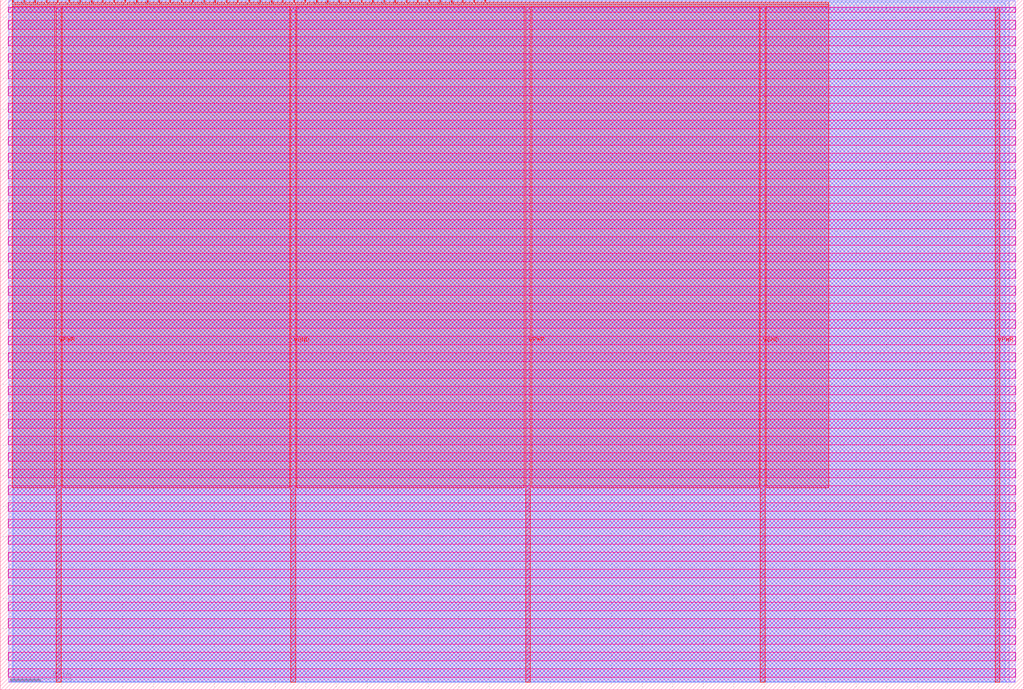
<source format=lef>
VERSION 5.7 ;
  NOWIREEXTENSIONATPIN ON ;
  DIVIDERCHAR "/" ;
  BUSBITCHARS "[]" ;
MACRO tt_um_8bit_vector_compute_in_SRAM
  CLASS BLOCK ;
  FOREIGN tt_um_8bit_vector_compute_in_SRAM ;
  ORIGIN 0.000 0.000 ;
  SIZE 334.880 BY 225.760 ;
  PIN VGND
    DIRECTION INOUT ;
    USE GROUND ;
    PORT
      LAYER met4 ;
        RECT 95.080 2.480 96.680 223.280 ;
    END
    PORT
      LAYER met4 ;
        RECT 248.680 2.480 250.280 223.280 ;
    END
  END VGND
  PIN VPWR
    DIRECTION INOUT ;
    USE POWER ;
    PORT
      LAYER met4 ;
        RECT 18.280 2.480 19.880 223.280 ;
    END
    PORT
      LAYER met4 ;
        RECT 171.880 2.480 173.480 223.280 ;
    END
    PORT
      LAYER met4 ;
        RECT 325.480 2.480 327.080 223.280 ;
    END
  END VPWR
  PIN clk
    DIRECTION INPUT ;
    USE SIGNAL ;
    ANTENNAGATEAREA 0.852000 ;
    PORT
      LAYER met4 ;
        RECT 154.870 224.760 155.170 225.760 ;
    END
  END clk
  PIN ena
    DIRECTION INPUT ;
    USE SIGNAL ;
    PORT
      LAYER met4 ;
        RECT 158.550 224.760 158.850 225.760 ;
    END
  END ena
  PIN rst_n
    DIRECTION INPUT ;
    USE SIGNAL ;
    ANTENNAGATEAREA 0.196500 ;
    PORT
      LAYER met4 ;
        RECT 151.190 224.760 151.490 225.760 ;
    END
  END rst_n
  PIN ui_in[0]
    DIRECTION INPUT ;
    USE SIGNAL ;
    ANTENNAGATEAREA 0.196500 ;
    PORT
      LAYER met4 ;
        RECT 147.510 224.760 147.810 225.760 ;
    END
  END ui_in[0]
  PIN ui_in[1]
    DIRECTION INPUT ;
    USE SIGNAL ;
    ANTENNAGATEAREA 0.196500 ;
    PORT
      LAYER met4 ;
        RECT 143.830 224.760 144.130 225.760 ;
    END
  END ui_in[1]
  PIN ui_in[2]
    DIRECTION INPUT ;
    USE SIGNAL ;
    ANTENNAGATEAREA 0.196500 ;
    PORT
      LAYER met4 ;
        RECT 140.150 224.760 140.450 225.760 ;
    END
  END ui_in[2]
  PIN ui_in[3]
    DIRECTION INPUT ;
    USE SIGNAL ;
    ANTENNAGATEAREA 0.196500 ;
    PORT
      LAYER met4 ;
        RECT 136.470 224.760 136.770 225.760 ;
    END
  END ui_in[3]
  PIN ui_in[4]
    DIRECTION INPUT ;
    USE SIGNAL ;
    ANTENNAGATEAREA 0.196500 ;
    PORT
      LAYER met4 ;
        RECT 132.790 224.760 133.090 225.760 ;
    END
  END ui_in[4]
  PIN ui_in[5]
    DIRECTION INPUT ;
    USE SIGNAL ;
    ANTENNAGATEAREA 0.196500 ;
    PORT
      LAYER met4 ;
        RECT 129.110 224.760 129.410 225.760 ;
    END
  END ui_in[5]
  PIN ui_in[6]
    DIRECTION INPUT ;
    USE SIGNAL ;
    ANTENNAGATEAREA 0.213000 ;
    PORT
      LAYER met4 ;
        RECT 125.430 224.760 125.730 225.760 ;
    END
  END ui_in[6]
  PIN ui_in[7]
    DIRECTION INPUT ;
    USE SIGNAL ;
    ANTENNAGATEAREA 0.159000 ;
    PORT
      LAYER met4 ;
        RECT 121.750 224.760 122.050 225.760 ;
    END
  END ui_in[7]
  PIN uio_in[0]
    DIRECTION INPUT ;
    USE SIGNAL ;
    ANTENNAGATEAREA 0.213000 ;
    PORT
      LAYER met4 ;
        RECT 118.070 224.760 118.370 225.760 ;
    END
  END uio_in[0]
  PIN uio_in[1]
    DIRECTION INPUT ;
    USE SIGNAL ;
    ANTENNAGATEAREA 0.213000 ;
    PORT
      LAYER met4 ;
        RECT 114.390 224.760 114.690 225.760 ;
    END
  END uio_in[1]
  PIN uio_in[2]
    DIRECTION INPUT ;
    USE SIGNAL ;
    ANTENNAGATEAREA 0.247500 ;
    PORT
      LAYER met4 ;
        RECT 110.710 224.760 111.010 225.760 ;
    END
  END uio_in[2]
  PIN uio_in[3]
    DIRECTION INPUT ;
    USE SIGNAL ;
    ANTENNAGATEAREA 0.213000 ;
    PORT
      LAYER met4 ;
        RECT 107.030 224.760 107.330 225.760 ;
    END
  END uio_in[3]
  PIN uio_in[4]
    DIRECTION INPUT ;
    USE SIGNAL ;
    ANTENNAGATEAREA 0.247500 ;
    PORT
      LAYER met4 ;
        RECT 103.350 224.760 103.650 225.760 ;
    END
  END uio_in[4]
  PIN uio_in[5]
    DIRECTION INPUT ;
    USE SIGNAL ;
    ANTENNAGATEAREA 0.247500 ;
    PORT
      LAYER met4 ;
        RECT 99.670 224.760 99.970 225.760 ;
    END
  END uio_in[5]
  PIN uio_in[6]
    DIRECTION INPUT ;
    USE SIGNAL ;
    ANTENNAGATEAREA 0.247500 ;
    PORT
      LAYER met4 ;
        RECT 95.990 224.760 96.290 225.760 ;
    END
  END uio_in[6]
  PIN uio_in[7]
    DIRECTION INPUT ;
    USE SIGNAL ;
    ANTENNAGATEAREA 0.247500 ;
    PORT
      LAYER met4 ;
        RECT 92.310 224.760 92.610 225.760 ;
    END
  END uio_in[7]
  PIN uio_oe[0]
    DIRECTION OUTPUT TRISTATE ;
    USE SIGNAL ;
    PORT
      LAYER met4 ;
        RECT 29.750 224.760 30.050 225.760 ;
    END
  END uio_oe[0]
  PIN uio_oe[1]
    DIRECTION OUTPUT TRISTATE ;
    USE SIGNAL ;
    PORT
      LAYER met4 ;
        RECT 26.070 224.760 26.370 225.760 ;
    END
  END uio_oe[1]
  PIN uio_oe[2]
    DIRECTION OUTPUT TRISTATE ;
    USE SIGNAL ;
    PORT
      LAYER met4 ;
        RECT 22.390 224.760 22.690 225.760 ;
    END
  END uio_oe[2]
  PIN uio_oe[3]
    DIRECTION OUTPUT TRISTATE ;
    USE SIGNAL ;
    PORT
      LAYER met4 ;
        RECT 18.710 224.760 19.010 225.760 ;
    END
  END uio_oe[3]
  PIN uio_oe[4]
    DIRECTION OUTPUT TRISTATE ;
    USE SIGNAL ;
    PORT
      LAYER met4 ;
        RECT 15.030 224.760 15.330 225.760 ;
    END
  END uio_oe[4]
  PIN uio_oe[5]
    DIRECTION OUTPUT TRISTATE ;
    USE SIGNAL ;
    PORT
      LAYER met4 ;
        RECT 11.350 224.760 11.650 225.760 ;
    END
  END uio_oe[5]
  PIN uio_oe[6]
    DIRECTION OUTPUT TRISTATE ;
    USE SIGNAL ;
    PORT
      LAYER met4 ;
        RECT 7.670 224.760 7.970 225.760 ;
    END
  END uio_oe[6]
  PIN uio_oe[7]
    DIRECTION OUTPUT TRISTATE ;
    USE SIGNAL ;
    PORT
      LAYER met4 ;
        RECT 3.990 224.760 4.290 225.760 ;
    END
  END uio_oe[7]
  PIN uio_out[0]
    DIRECTION OUTPUT TRISTATE ;
    USE SIGNAL ;
    PORT
      LAYER met4 ;
        RECT 59.190 224.760 59.490 225.760 ;
    END
  END uio_out[0]
  PIN uio_out[1]
    DIRECTION OUTPUT TRISTATE ;
    USE SIGNAL ;
    PORT
      LAYER met4 ;
        RECT 55.510 224.760 55.810 225.760 ;
    END
  END uio_out[1]
  PIN uio_out[2]
    DIRECTION OUTPUT TRISTATE ;
    USE SIGNAL ;
    PORT
      LAYER met4 ;
        RECT 51.830 224.760 52.130 225.760 ;
    END
  END uio_out[2]
  PIN uio_out[3]
    DIRECTION OUTPUT TRISTATE ;
    USE SIGNAL ;
    PORT
      LAYER met4 ;
        RECT 48.150 224.760 48.450 225.760 ;
    END
  END uio_out[3]
  PIN uio_out[4]
    DIRECTION OUTPUT TRISTATE ;
    USE SIGNAL ;
    PORT
      LAYER met4 ;
        RECT 44.470 224.760 44.770 225.760 ;
    END
  END uio_out[4]
  PIN uio_out[5]
    DIRECTION OUTPUT TRISTATE ;
    USE SIGNAL ;
    PORT
      LAYER met4 ;
        RECT 40.790 224.760 41.090 225.760 ;
    END
  END uio_out[5]
  PIN uio_out[6]
    DIRECTION OUTPUT TRISTATE ;
    USE SIGNAL ;
    PORT
      LAYER met4 ;
        RECT 37.110 224.760 37.410 225.760 ;
    END
  END uio_out[6]
  PIN uio_out[7]
    DIRECTION OUTPUT TRISTATE ;
    USE SIGNAL ;
    PORT
      LAYER met4 ;
        RECT 33.430 224.760 33.730 225.760 ;
    END
  END uio_out[7]
  PIN uo_out[0]
    DIRECTION OUTPUT TRISTATE ;
    USE SIGNAL ;
    ANTENNAGATEAREA 0.247500 ;
    ANTENNADIFFAREA 0.891000 ;
    PORT
      LAYER met4 ;
        RECT 88.630 224.760 88.930 225.760 ;
    END
  END uo_out[0]
  PIN uo_out[1]
    DIRECTION OUTPUT TRISTATE ;
    USE SIGNAL ;
    ANTENNAGATEAREA 0.247500 ;
    ANTENNADIFFAREA 0.891000 ;
    PORT
      LAYER met4 ;
        RECT 84.950 224.760 85.250 225.760 ;
    END
  END uo_out[1]
  PIN uo_out[2]
    DIRECTION OUTPUT TRISTATE ;
    USE SIGNAL ;
    ANTENNAGATEAREA 0.247500 ;
    ANTENNADIFFAREA 0.891000 ;
    PORT
      LAYER met4 ;
        RECT 81.270 224.760 81.570 225.760 ;
    END
  END uo_out[2]
  PIN uo_out[3]
    DIRECTION OUTPUT TRISTATE ;
    USE SIGNAL ;
    ANTENNAGATEAREA 0.247500 ;
    ANTENNADIFFAREA 0.891000 ;
    PORT
      LAYER met4 ;
        RECT 77.590 224.760 77.890 225.760 ;
    END
  END uo_out[3]
  PIN uo_out[4]
    DIRECTION OUTPUT TRISTATE ;
    USE SIGNAL ;
    ANTENNAGATEAREA 0.247500 ;
    ANTENNADIFFAREA 0.891000 ;
    PORT
      LAYER met4 ;
        RECT 73.910 224.760 74.210 225.760 ;
    END
  END uo_out[4]
  PIN uo_out[5]
    DIRECTION OUTPUT TRISTATE ;
    USE SIGNAL ;
    ANTENNAGATEAREA 0.247500 ;
    ANTENNADIFFAREA 0.891000 ;
    PORT
      LAYER met4 ;
        RECT 70.230 224.760 70.530 225.760 ;
    END
  END uo_out[5]
  PIN uo_out[6]
    DIRECTION OUTPUT TRISTATE ;
    USE SIGNAL ;
    ANTENNAGATEAREA 0.247500 ;
    ANTENNADIFFAREA 0.891000 ;
    PORT
      LAYER met4 ;
        RECT 66.550 224.760 66.850 225.760 ;
    END
  END uo_out[6]
  PIN uo_out[7]
    DIRECTION OUTPUT TRISTATE ;
    USE SIGNAL ;
    ANTENNAGATEAREA 0.247500 ;
    ANTENNADIFFAREA 0.891000 ;
    PORT
      LAYER met4 ;
        RECT 62.870 224.760 63.170 225.760 ;
    END
  END uo_out[7]
  OBS
      LAYER nwell ;
        RECT 2.570 221.625 332.310 223.230 ;
        RECT 2.570 216.185 332.310 219.015 ;
        RECT 2.570 210.745 332.310 213.575 ;
        RECT 2.570 205.305 332.310 208.135 ;
        RECT 2.570 199.865 332.310 202.695 ;
        RECT 2.570 194.425 332.310 197.255 ;
        RECT 2.570 188.985 332.310 191.815 ;
        RECT 2.570 183.545 332.310 186.375 ;
        RECT 2.570 178.105 332.310 180.935 ;
        RECT 2.570 172.665 332.310 175.495 ;
        RECT 2.570 167.225 332.310 170.055 ;
        RECT 2.570 161.785 332.310 164.615 ;
        RECT 2.570 156.345 332.310 159.175 ;
        RECT 2.570 150.905 332.310 153.735 ;
        RECT 2.570 145.465 332.310 148.295 ;
        RECT 2.570 140.025 332.310 142.855 ;
        RECT 2.570 134.585 332.310 137.415 ;
        RECT 2.570 129.145 332.310 131.975 ;
        RECT 2.570 123.705 332.310 126.535 ;
        RECT 2.570 118.265 332.310 121.095 ;
        RECT 2.570 112.825 332.310 115.655 ;
        RECT 2.570 107.385 332.310 110.215 ;
        RECT 2.570 101.945 332.310 104.775 ;
        RECT 2.570 96.505 332.310 99.335 ;
        RECT 2.570 91.065 332.310 93.895 ;
        RECT 2.570 85.625 332.310 88.455 ;
        RECT 2.570 80.185 332.310 83.015 ;
        RECT 2.570 74.745 332.310 77.575 ;
        RECT 2.570 69.305 332.310 72.135 ;
        RECT 2.570 63.865 332.310 66.695 ;
        RECT 2.570 58.425 332.310 61.255 ;
        RECT 2.570 52.985 332.310 55.815 ;
        RECT 2.570 47.545 332.310 50.375 ;
        RECT 2.570 42.105 332.310 44.935 ;
        RECT 2.570 36.665 332.310 39.495 ;
        RECT 2.570 31.225 332.310 34.055 ;
        RECT 2.570 25.785 332.310 28.615 ;
        RECT 2.570 20.345 332.310 23.175 ;
        RECT 2.570 14.905 332.310 17.735 ;
        RECT 2.570 9.465 332.310 12.295 ;
        RECT 2.570 4.025 332.310 6.855 ;
      LAYER li1 ;
        RECT 2.760 2.635 332.120 223.125 ;
      LAYER met1 ;
        RECT 2.760 2.480 332.120 225.380 ;
      LAYER met2 ;
        RECT 4.230 2.535 330.180 225.410 ;
      LAYER met3 ;
        RECT 3.950 2.555 328.835 224.905 ;
      LAYER met4 ;
        RECT 4.690 224.360 7.270 224.905 ;
        RECT 8.370 224.360 10.950 224.905 ;
        RECT 12.050 224.360 14.630 224.905 ;
        RECT 15.730 224.360 18.310 224.905 ;
        RECT 19.410 224.360 21.990 224.905 ;
        RECT 23.090 224.360 25.670 224.905 ;
        RECT 26.770 224.360 29.350 224.905 ;
        RECT 30.450 224.360 33.030 224.905 ;
        RECT 34.130 224.360 36.710 224.905 ;
        RECT 37.810 224.360 40.390 224.905 ;
        RECT 41.490 224.360 44.070 224.905 ;
        RECT 45.170 224.360 47.750 224.905 ;
        RECT 48.850 224.360 51.430 224.905 ;
        RECT 52.530 224.360 55.110 224.905 ;
        RECT 56.210 224.360 58.790 224.905 ;
        RECT 59.890 224.360 62.470 224.905 ;
        RECT 63.570 224.360 66.150 224.905 ;
        RECT 67.250 224.360 69.830 224.905 ;
        RECT 70.930 224.360 73.510 224.905 ;
        RECT 74.610 224.360 77.190 224.905 ;
        RECT 78.290 224.360 80.870 224.905 ;
        RECT 81.970 224.360 84.550 224.905 ;
        RECT 85.650 224.360 88.230 224.905 ;
        RECT 89.330 224.360 91.910 224.905 ;
        RECT 93.010 224.360 95.590 224.905 ;
        RECT 96.690 224.360 99.270 224.905 ;
        RECT 100.370 224.360 102.950 224.905 ;
        RECT 104.050 224.360 106.630 224.905 ;
        RECT 107.730 224.360 110.310 224.905 ;
        RECT 111.410 224.360 113.990 224.905 ;
        RECT 115.090 224.360 117.670 224.905 ;
        RECT 118.770 224.360 121.350 224.905 ;
        RECT 122.450 224.360 125.030 224.905 ;
        RECT 126.130 224.360 128.710 224.905 ;
        RECT 129.810 224.360 132.390 224.905 ;
        RECT 133.490 224.360 136.070 224.905 ;
        RECT 137.170 224.360 139.750 224.905 ;
        RECT 140.850 224.360 143.430 224.905 ;
        RECT 144.530 224.360 147.110 224.905 ;
        RECT 148.210 224.360 150.790 224.905 ;
        RECT 151.890 224.360 154.470 224.905 ;
        RECT 155.570 224.360 158.150 224.905 ;
        RECT 159.250 224.360 271.105 224.905 ;
        RECT 3.975 223.680 271.105 224.360 ;
        RECT 3.975 66.135 17.880 223.680 ;
        RECT 20.280 66.135 94.680 223.680 ;
        RECT 97.080 66.135 171.480 223.680 ;
        RECT 173.880 66.135 248.280 223.680 ;
        RECT 250.680 66.135 271.105 223.680 ;
  END
END tt_um_8bit_vector_compute_in_SRAM
END LIBRARY


</source>
